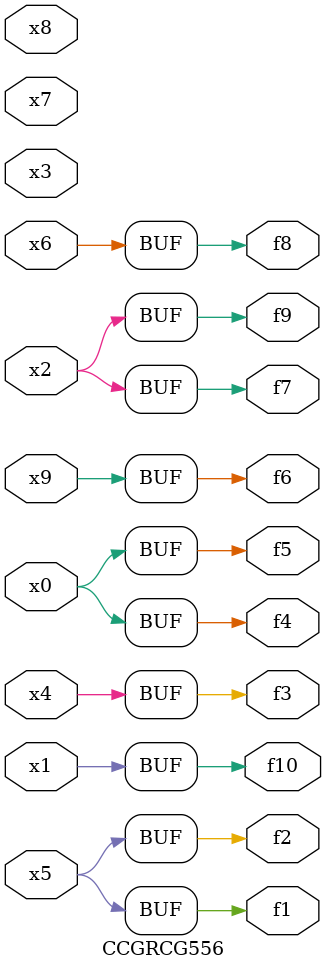
<source format=v>
module CCGRCG556(
	input x0, x1, x2, x3, x4, x5, x6, x7, x8, x9,
	output f1, f2, f3, f4, f5, f6, f7, f8, f9, f10
);
	assign f1 = x5;
	assign f2 = x5;
	assign f3 = x4;
	assign f4 = x0;
	assign f5 = x0;
	assign f6 = x9;
	assign f7 = x2;
	assign f8 = x6;
	assign f9 = x2;
	assign f10 = x1;
endmodule

</source>
